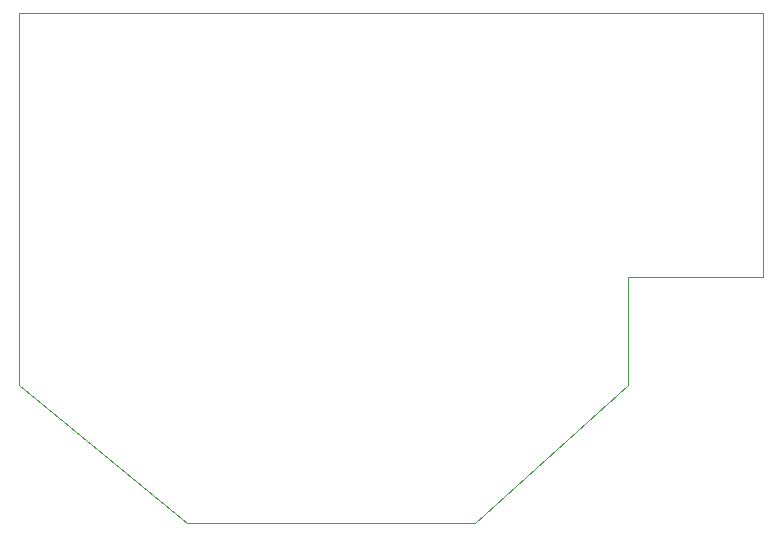
<source format=gbr>
%TF.GenerationSoftware,KiCad,Pcbnew,(5.1.6)-1*%
%TF.CreationDate,2022-09-29T14:47:16-04:00*%
%TF.ProjectId,A500-tower-power,41353030-2d74-46f7-9765-722d706f7765,rev?*%
%TF.SameCoordinates,Original*%
%TF.FileFunction,Profile,NP*%
%FSLAX46Y46*%
G04 Gerber Fmt 4.6, Leading zero omitted, Abs format (unit mm)*
G04 Created by KiCad (PCBNEW (5.1.6)-1) date 2022-09-29 14:47:16*
%MOMM*%
%LPD*%
G01*
G04 APERTURE LIST*
%TA.AperFunction,Profile*%
%ADD10C,0.050000*%
%TD*%
G04 APERTURE END LIST*
D10*
X140716000Y-122936000D02*
X126492000Y-111252000D01*
X126492000Y-110236000D02*
X126492000Y-111252000D01*
X140716000Y-122936000D02*
X152908000Y-122936000D01*
X126492000Y-79756000D02*
X126492000Y-110236000D01*
X189484000Y-79756000D02*
X126492000Y-79756000D01*
X189484000Y-102108000D02*
X189484000Y-79756000D01*
X178054000Y-102108000D02*
X189484000Y-102108000D01*
X178054000Y-111252000D02*
X178054000Y-102108000D01*
X165100000Y-122936000D02*
X178054000Y-111252000D01*
X152908000Y-122936000D02*
X165100000Y-122936000D01*
M02*

</source>
